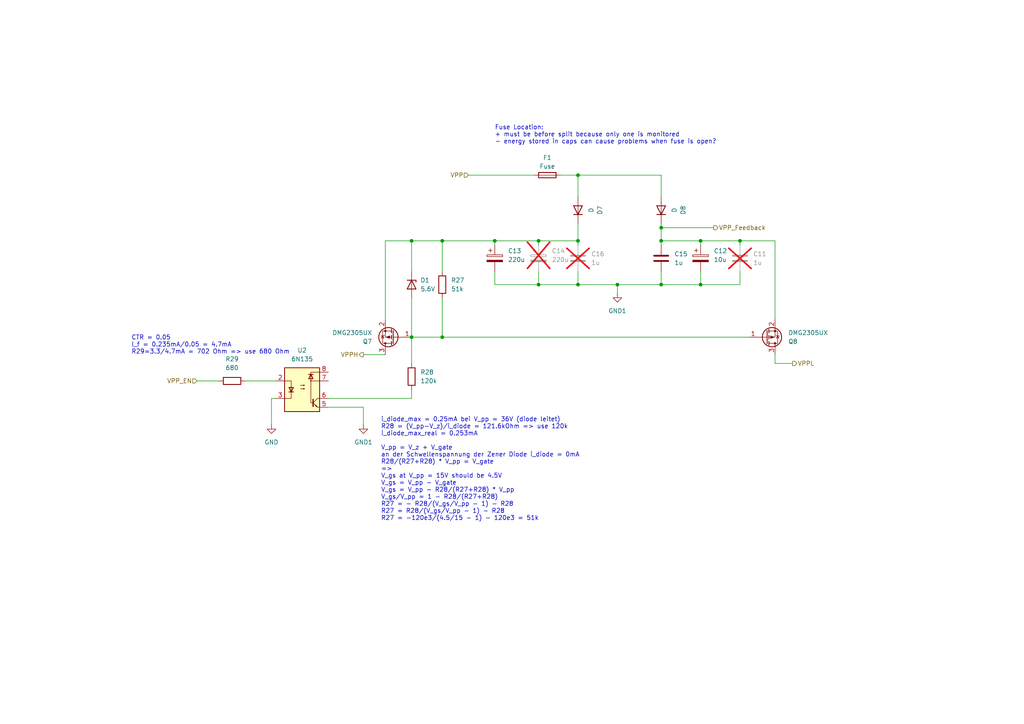
<source format=kicad_sch>
(kicad_sch (version 20230121) (generator eeschema)
  (paper "A4")
  (lib_symbols
    (symbol "Device:C" (pin_numbers hide) (pin_names (offset 0.254))
      (property "Reference" "C" (at 0.635 2.54 0))
      (property "Value" "C" (at 0.635 -2.54 0))
      (symbol "C_0_1"
        (polyline (pts (xy -2.032 -0.762) (xy 2.032 -0.762)) (stroke (width 0.508)))
        (polyline (pts (xy -2.032 0.762) (xy 2.032 0.762)) (stroke (width 0.508)))
      )
      (symbol "C_1_1"
        (pin passive line (at 0 3.81 270) (length 2.794) (name "~") (number "1"))
        (pin passive line (at 0 -3.81 90) (length 2.794) (name "~") (number "2"))
      )
    )
    (symbol "Device:C_Polarized" (pin_numbers hide) (pin_names (offset 0.254))
      (property "Reference" "C" (at 0.635 2.54 0))
      (property "Value" "C_Polarized" (at 0.635 -2.54 0))
      (symbol "C_Polarized_0_1"
        (rectangle (start -2.286 0.508) (end 2.286 1.016))
        (polyline (pts (xy -1.778 2.286) (xy -0.762 2.286)))
        (polyline (pts (xy -1.27 2.794) (xy -1.27 1.778)))
        (rectangle (start 2.286 -0.508) (end -2.286 -1.016) (fill (type outline)))
      )
      (symbol "C_Polarized_1_1"
        (pin passive line (at 0 3.81 270) (length 2.794) (name "~") (number "1"))
        (pin passive line (at 0 -3.81 90) (length 2.794) (name "~") (number "2"))
      )
    )
    (symbol "Device:D" (pin_numbers hide) (pin_names (offset 1.016) hide)
      (property "Reference" "D" (at 0 2.54 0))
      (property "Value" "D" (at 0 -2.54 0))
      (symbol "D_0_1"
        (polyline (pts (xy -1.27 1.27) (xy -1.27 -1.27)) (stroke (width 0.254)))
        (polyline (pts (xy 1.27 0) (xy -1.27 0)))
        (polyline (pts (xy 1.27 1.27) (xy 1.27 -1.27) (xy -1.27 0) (xy 1.27 1.27)) (stroke (width 0.254)))
      )
      (symbol "D_1_1"
        (pin passive line (at -3.81 0 0) (length 2.54) (name "K") (number "1"))
        (pin passive line (at 3.81 0 180) (length 2.54) (name "A") (number "2"))
      )
    )
    (symbol "Device:D_Zener" (pin_numbers hide) (pin_names (offset 1.016) hide)
      (property "Reference" "D" (at 0 2.54 0))
      (property "Value" "D_Zener" (at 0 -2.54 0))
      (symbol "D_Zener_0_1"
        (polyline (pts (xy 1.27 0) (xy -1.27 0)))
        (polyline (pts (xy -1.27 -1.27) (xy -1.27 1.27) (xy -0.762 1.27)) (stroke (width 0.254)))
        (polyline (pts (xy 1.27 -1.27) (xy 1.27 1.27) (xy -1.27 0) (xy 1.27 -1.27)) (stroke (width 0.254)))
      )
      (symbol "D_Zener_1_1"
        (pin passive line (at -3.81 0 0) (length 2.54) (name "K") (number "1"))
        (pin passive line (at 3.81 0 180) (length 2.54) (name "A") (number "2"))
      )
    )
    (symbol "Device:Fuse" (pin_numbers hide) (pin_names (offset 0))
      (property "Reference" "F" (at 2.032 0 90))
      (property "Value" "Fuse" (at -1.905 0 90))
      (symbol "Fuse_0_1"
        (rectangle (start -0.762 -2.54) (end 0.762 2.54) (stroke (width 0.254)))
        (polyline (pts (xy 0 2.54) (xy 0 -2.54)))
      )
      (symbol "Fuse_1_1"
        (pin passive line (at 0 3.81 270) (length 1.27) (name "~") (number "1"))
        (pin passive line (at 0 -3.81 90) (length 1.27) (name "~") (number "2"))
      )
    )
    (symbol "Device:R" (pin_numbers hide) (pin_names (offset 0))
      (property "Reference" "R" (at 2.032 0 90))
      (property "Value" "R" (at 0 0 90))
      (symbol "R_0_1"
        (rectangle (start -1.016 -2.54) (end 1.016 2.54) (stroke (width 0.254)))
      )
      (symbol "R_1_1"
        (pin passive line (at 0 3.81 270) (length 1.27) (name "~") (number "1"))
        (pin passive line (at 0 -3.81 90) (length 1.27) (name "~") (number "2"))
      )
    )
    (symbol "Isolator:6N135" (pin_names (offset 1.016))
      (property "Reference" "U" (at -5.08 7.62 0))
      (property "Value" "6N135" (at 0 7.62 0))
      (symbol "6N135_0_1"
        (rectangle (start -5.08 6.35) (end 5.08 -6.35) (stroke (width 0.254)) (fill (type background)))
        (polyline (pts (xy -3.81 -0.635) (xy -2.54 -0.635)) (stroke (width 0.254)))
        (polyline (pts (xy 1.905 4.445) (xy 3.175 4.445)) (stroke (width 0.254)))
        (polyline (pts (xy 3.175 -2.794) (xy 3.175 -4.826)) (stroke (width 0.3556)))
        (polyline (pts (xy 3.302 -3.937) (xy 4.445 -5.08)))
        (polyline (pts (xy 3.302 -3.683) (xy 4.445 -2.54)))
        (polyline (pts (xy 5.08 -5.08) (xy 4.445 -5.08)))
        (polyline (pts (xy 5.08 -2.54) (xy 4.445 -2.54)))
        (polyline (pts (xy 5.08 2.54) (xy 2.54 2.54)))
        (polyline (pts (xy -5.08 2.54) (xy -3.175 2.54) (xy -3.175 -2.54) (xy -5.08 -2.54)))
        (polyline (pts (xy -3.175 -0.635) (xy -3.81 0.635) (xy -2.54 0.635) (xy -3.175 -0.635)) (stroke (width 0.254)))
        (polyline (pts (xy 2.54 4.445) (xy 1.905 3.175) (xy 3.175 3.175) (xy 2.54 4.445)) (stroke (width 0.254)))
        (polyline (pts (xy 4.318 -4.953) (xy 4.064 -4.445) (xy 3.81 -4.699) (xy 4.318 -4.953)))
        (polyline (pts (xy 5.08 5.08) (xy 2.54 5.08) (xy 2.54 -3.81) (xy 3.175 -3.81)))
        (polyline (pts (xy -0.508 0.254) (xy 0.762 0.254) (xy 0.381 0.127) (xy 0.381 0.381) (xy 0.762 0.254)))
        (polyline (pts (xy -0.508 1.27) (xy 0.762 1.27) (xy 0.381 1.143) (xy 0.381 1.397) (xy 0.762 1.27)))
        (circle (center 2.54 2.54) (radius 0.127))
      )
      (symbol "6N135_1_1"
        (pin no_connect line (at -5.08 5.08 0) (length 2.54) hide (name "NC") (number "1"))
        (pin passive line (at -7.62 2.54 0) (length 2.54) (name "~") (number "2"))
        (pin passive line (at -7.62 -2.54 0) (length 2.54) (name "~") (number "3"))
        (pin no_connect line (at -5.08 -5.08 0) (length 2.54) hide (name "NC") (number "4"))
        (pin passive line (at 7.62 -5.08 180) (length 2.54) (name "~") (number "5"))
        (pin passive line (at 7.62 -2.54 180) (length 2.54) (name "~") (number "6"))
        (pin passive line (at 7.62 2.54 180) (length 2.54) (name "~") (number "7"))
        (pin passive line (at 7.62 5.08 180) (length 2.54) (name "~") (number "8"))
      )
    )
    (symbol "Transistor_FET:DMG2301L" (pin_names hide)
      (property "Reference" "Q" (at 5.08 1.905 0))
      (property "Value" "DMG2301L" (at 5.08 0 0))
      (symbol "DMG2301L_0_1"
        (polyline (pts (xy 0.254 0) (xy -2.54 0)))
        (polyline (pts (xy 0.254 1.905) (xy 0.254 -1.905)) (stroke (width 0.254)))
        (polyline (pts (xy 0.762 -1.27) (xy 0.762 -2.286)) (stroke (width 0.254)))
        (polyline (pts (xy 0.762 0.508) (xy 0.762 -0.508)) (stroke (width 0.254)))
        (polyline (pts (xy 0.762 2.286) (xy 0.762 1.27)) (stroke (width 0.254)))
        (polyline (pts (xy 2.54 2.54) (xy 2.54 1.778)))
        (polyline (pts (xy 2.54 -2.54) (xy 2.54 0) (xy 0.762 0)))
        (polyline (pts (xy 0.762 1.778) (xy 3.302 1.778) (xy 3.302 -1.778) (xy 0.762 -1.778)))
        (polyline (pts (xy 2.286 0) (xy 1.27 0.381) (xy 1.27 -0.381) (xy 2.286 0)) (fill (type outline)))
        (polyline (pts (xy 2.794 -0.508) (xy 2.921 -0.381) (xy 3.683 -0.381) (xy 3.81 -0.254)))
        (polyline (pts (xy 3.302 -0.381) (xy 2.921 0.254) (xy 3.683 0.254) (xy 3.302 -0.381)))
        (circle (center 1.651 0) (radius 2.794) (stroke (width 0.254)))
        (circle (center 2.54 -1.778) (radius 0.254) (fill (type outline)))
        (circle (center 2.54 1.778) (radius 0.254) (fill (type outline)))
      )
      (symbol "DMG2301L_1_1"
        (pin input line (at -5.08 0 0) (length 2.54) (name "G") (number "1"))
        (pin passive line (at 2.54 -5.08 90) (length 2.54) (name "S") (number "2"))
        (pin passive line (at 2.54 5.08 270) (length 2.54) (name "D") (number "3"))
      )
    )
    (symbol "power:GND" (power) (pin_names (offset 0))
      (property "Value" "GND" (at 0 -3.81 0))
      (symbol "GND_0_1"
        (polyline (pts (xy 0 0) (xy 0 -1.27) (xy 1.27 -1.27) (xy 0 -2.54) (xy -1.27 -1.27) (xy 0 -1.27)))
      )
      (symbol "GND_1_1"
        (pin power_in line (at 0 0 270) (length 0) hide (name "GND") (number "1"))
      )
    )
    (symbol "power:GND1" (power) (pin_names (offset 0))
      (property "Value" "GND1" (at 0 -3.81 0))
      (symbol "GND1_0_1"
        (polyline (pts (xy 0 0) (xy 0 -1.27) (xy 1.27 -1.27) (xy 0 -2.54) (xy -1.27 -1.27) (xy 0 -1.27)))
      )
      (symbol "GND1_1_1"
        (pin power_in line (at 0 0 270) (length 0) hide (name "GND1") (number "1"))
      )
    )
  )
  (junction (at 179.07 82.55))
  (junction (at 143.51 69.85))
  (junction (at 203.2 69.85))
  (junction (at 167.64 82.55))
  (junction (at 119.38 69.85))
  (junction (at 214.63 69.85))
  (junction (at 156.21 69.85))
  (junction (at 203.2 82.55))
  (junction (at 191.77 82.55))
  (junction (at 128.27 97.79))
  (junction (at 128.27 69.85))
  (junction (at 119.38 97.79))
  (junction (at 191.77 66.04))
  (junction (at 156.21 82.55))
  (junction (at 167.64 50.8))
  (junction (at 191.77 69.85))
  (junction (at 167.64 69.85))
  (wire (pts (xy 203.2 78.74) (xy 203.2 82.55)))
  (wire (pts (xy 156.21 82.55) (xy 143.51 82.55)))
  (wire (pts (xy 143.51 82.55) (xy 143.51 78.74)))
  (wire (pts (xy 167.64 82.55) (xy 179.07 82.55)))
  (wire (pts (xy 191.77 69.85) (xy 203.2 69.85)))
  (wire (pts (xy 191.77 82.55) (xy 203.2 82.55)))
  (wire (pts (xy 78.74 115.57) (xy 78.74 123.19)))
  (wire (pts (xy 128.27 86.36) (xy 128.27 97.79)))
  (wire (pts (xy 224.79 105.41) (xy 224.79 102.87)))
  (wire (pts (xy 191.77 66.04) (xy 207.01 66.04)))
  (wire (pts (xy 167.64 69.85) (xy 167.64 71.12)))
  (wire (pts (xy 156.21 78.74) (xy 156.21 82.55)))
  (wire (pts (xy 95.25 118.11) (xy 105.41 118.11)))
  (wire (pts (xy 203.2 69.85) (xy 203.2 71.12)))
  (wire (pts (xy 191.77 69.85) (xy 191.77 71.12)))
  (wire (pts (xy 191.77 50.8) (xy 167.64 50.8)))
  (wire (pts (xy 128.27 97.79) (xy 217.17 97.79)))
  (wire (pts (xy 179.07 82.55) (xy 179.07 85.09)))
  (wire (pts (xy 191.77 50.8) (xy 191.77 57.15)))
  (wire (pts (xy 111.76 69.85) (xy 111.76 92.71)))
  (wire (pts (xy 203.2 82.55) (xy 214.63 82.55)))
  (wire (pts (xy 111.76 69.85) (xy 119.38 69.85)))
  (wire (pts (xy 128.27 69.85) (xy 128.27 78.74)))
  (wire (pts (xy 203.2 69.85) (xy 214.63 69.85)))
  (wire (pts (xy 229.87 105.41) (xy 224.79 105.41)))
  (wire (pts (xy 156.21 69.85) (xy 167.64 69.85)))
  (wire (pts (xy 95.25 115.57) (xy 119.38 115.57)))
  (wire (pts (xy 119.38 113.03) (xy 119.38 115.57)))
  (wire (pts (xy 191.77 66.04) (xy 191.77 69.85)))
  (wire (pts (xy 71.12 110.49) (xy 80.01 110.49)))
  (wire (pts (xy 143.51 69.85) (xy 143.51 71.12)))
  (wire (pts (xy 57.15 110.49) (xy 63.5 110.49)))
  (wire (pts (xy 119.38 69.85) (xy 119.38 78.74)))
  (wire (pts (xy 191.77 64.77) (xy 191.77 66.04)))
  (wire (pts (xy 119.38 97.79) (xy 119.38 105.41)))
  (wire (pts (xy 105.41 102.87) (xy 111.76 102.87)))
  (wire (pts (xy 128.27 69.85) (xy 119.38 69.85)))
  (wire (pts (xy 167.64 78.74) (xy 167.64 82.55)))
  (wire (pts (xy 128.27 69.85) (xy 143.51 69.85)))
  (wire (pts (xy 179.07 82.55) (xy 191.77 82.55)))
  (wire (pts (xy 162.56 50.8) (xy 167.64 50.8)))
  (wire (pts (xy 191.77 78.74) (xy 191.77 82.55)))
  (wire (pts (xy 214.63 78.74) (xy 214.63 82.55)))
  (wire (pts (xy 105.41 118.11) (xy 105.41 123.19)))
  (wire (pts (xy 224.79 69.85) (xy 224.79 92.71)))
  (wire (pts (xy 156.21 69.85) (xy 156.21 71.12)))
  (wire (pts (xy 143.51 69.85) (xy 156.21 69.85)))
  (wire (pts (xy 167.64 50.8) (xy 167.64 57.15)))
  (wire (pts (xy 167.64 64.77) (xy 167.64 69.85)))
  (wire (pts (xy 214.63 69.85) (xy 224.79 69.85)))
  (wire (pts (xy 119.38 86.36) (xy 119.38 97.79)))
  (wire (pts (xy 214.63 69.85) (xy 214.63 71.12)))
  (wire (pts (xy 167.64 82.55) (xy 156.21 82.55)))
  (wire (pts (xy 80.01 115.57) (xy 78.74 115.57)))
  (wire (pts (xy 128.27 97.79) (xy 119.38 97.79)))
  (wire (pts (xy 135.89 50.8) (xy 154.94 50.8)))
  (text "i_diode_max = 0.25mA bei V_pp = 36V (diode leitet)\nR28 = (V_pp-V_z)/i_diode = 121.6kOhm => use 120k\ni_diode_max_real = 0.253mA\n\nV_pp = V_z + V_gate\nan der Schwellenspannung der Zener Diode i_diode = 0mA\nR28/(R27+R28) * V_pp = V_gate\n=>\nV_gs at V_pp = 15V should be 4.5V\nV_gs = V_pp - V_gate\nV_gs = V_pp - R28/(R27+R28) * V_pp\nV_gs/V_pp = 1 - R28/(R27+R28)\nR27 = - R28/(V_gs/V_pp - 1) - R28\nR27 = R28/(V_gs/V_pp - 1) - R28\nR27 = -120e3/(4.5/15 - 1) - 120e3 = 51k" (at 110.49 151.13 0) (effects (font (size 1.27 1.27)) (justify left bottom)))
  (text "Fuse Location:\n+ must be before split because only one is monitored\n- energy stored in caps can cause problems when fuse is open?" (at 143.51 41.91 0) (effects (font (size 1.27 1.27)) (justify left bottom)))
  (text "CTR = 0.05\nI_f = 0.235mA/0.05 = 4.7mA\nR29=3.3/4.7mA = 702 Ohm => use 680 Ohm" (at 38.1 102.87 0) (effects (font (size 1.27 1.27)) (justify left bottom)))
  (hierarchical_label "VPP" (shape input) (at 135.89 50.8 180))
  (hierarchical_label "VPP_Feedback" (shape output) (at 207.01 66.04 0))
  (hierarchical_label "VPPH" (shape output) (at 105.41 102.87 180))
  (hierarchical_label "VPPL" (shape output) (at 229.87 105.41 0))
  (hierarchical_label "VPP_EN" (shape input) (at 57.15 110.49 180))
  (symbol (lib_id "Device:C") (at 191.77 74.93 0) (unit 1)
    (property "Reference" "C15" (at 195.58 73.66 0) (effects (justify left)))
    (property "Value" "1u" (at 195.58 76.2 0) (effects (justify left)))
  )
  (symbol (lib_id "Device:C") (at 167.64 74.93 0) (unit 1) (dnp yes)
    (property "Reference" "C16" (at 171.45 73.66 0) (effects (justify left)))
    (property "Value" "1u" (at 171.45 76.2 0) (effects (justify left)))
  )
  (symbol (lib_id "power:GND1") (at 105.41 123.19 0) (unit 1)
    (property "Reference" "#PWR043" (effects hide))
    (property "Value" "GND1" (at 105.41 128.27 0))
  )
  (symbol (lib_id "Device:C_Polarized") (at 143.51 74.93 0) (unit 1)
    (property "Reference" "C13" (at 147.32 72.771 0) (effects (justify left)))
    (property "Value" "220u" (at 147.32 75.311 0) (effects (justify left)))
  )
  (symbol (lib_id "Device:D") (at 167.64 60.96 90) (unit 1)
    (property "Reference" "D7" (at 173.99 60.96 0))
    (property "Value" "D" (at 171.45 60.96 0))
    (property "Sim.Device" "D" (effects hide))
    (property "Sim.Pins" "1=K 2=A" (effects hide))
  )
  (symbol (lib_id "Device:C_Polarized") (at 156.21 74.93 0) (unit 1) (dnp yes)
    (property "Reference" "C14" (at 160.02 72.771 0) (effects (justify left)))
    (property "Value" "220u" (at 160.02 75.311 0) (effects (justify left)))
  )
  (symbol (lib_id "Transistor_FET:DMG2301L") (at 222.25 97.79 0) (mirror x) (unit 1)
    (property "Reference" "Q8" (at 228.6 99.06 0) (effects (justify left)))
    (property "Value" "DMG2305UX" (at 228.6 96.52 0) (effects (justify left)))
    (property "Footprint" "Package_TO_SOT_SMD:SOT-23" (effects hide))
    (property "Datasheet" "https://www.diodes.com/assets/Datasheets/DMG2301L.pdf" (effects hide))
  )
  (symbol (lib_id "Device:C") (at 214.63 74.93 0) (unit 1) (dnp yes)
    (property "Reference" "C11" (at 218.44 73.66 0) (effects (justify left)))
    (property "Value" "1u" (at 218.44 76.2 0) (effects (justify left)))
  )
  (symbol (lib_id "power:GND1") (at 179.07 85.09 0) (unit 1)
    (property "Reference" "#PWR045" (effects hide))
    (property "Value" "GND1" (at 179.07 90.17 0))
  )
  (symbol (lib_id "Transistor_FET:DMG2301L") (at 114.3 97.79 180) (unit 1)
    (property "Reference" "Q7" (at 107.95 99.06 0) (effects (justify left)))
    (property "Value" "DMG2305UX" (at 107.95 96.52 0) (effects (justify left)))
    (property "Footprint" "Package_TO_SOT_SMD:SOT-23" (effects hide))
    (property "Datasheet" "https://www.diodes.com/assets/Datasheets/DMG2301L.pdf" (effects hide))
  )
  (symbol (lib_id "Device:R") (at 119.38 109.22 0) (unit 1)
    (property "Reference" "R28" (at 121.92 107.95 0) (effects (justify left)))
    (property "Value" "120k" (at 121.92 110.49 0) (effects (justify left)))
  )
  (symbol (lib_id "Device:Fuse") (at 158.75 50.8 90) (unit 1)
    (property "Reference" "F1" (at 158.75 45.72 90))
    (property "Value" "Fuse" (at 158.75 48.26 90))
  )
  (symbol (lib_id "Device:R") (at 67.31 110.49 90) (unit 1)
    (property "Reference" "R29" (at 67.31 104.14 90))
    (property "Value" "680" (at 67.31 106.68 90))
  )
  (symbol (lib_id "Device:C_Polarized") (at 203.2 74.93 0) (unit 1)
    (property "Reference" "C12" (at 207.01 72.771 0) (effects (justify left)))
    (property "Value" "10u" (at 207.01 75.311 0) (effects (justify left)))
  )
  (symbol (lib_id "Isolator:6N135") (at 87.63 113.03 0) (unit 1)
    (property "Reference" "U2" (at 87.63 101.6 0))
    (property "Value" "6N135" (at 87.63 104.14 0))
    (property "Footprint" "Package_DIP:DIP-8_W7.62mm" (effects hide))
    (property "Datasheet" "https://optoelectronics.liteon.com/upload/download/DS70-2008-0032/6N135-L%206N136-L%20series.pdf" (effects hide))
    (instances (project "Xaar128-Driver" (path "" (reference "U2") (unit 1)) (path "" (reference "U2") (unit 1)) (path "" (reference "U12") (unit 1))))
  )
  (symbol (lib_id "Device:D_Zener") (at 119.38 82.55 270) (unit 1)
    (property "Reference" "D1" (at 121.92 81.28 90) (effects (justify left)))
    (property "Value" "5.6V" (at 121.92 83.82 90) (effects (justify left)))
    (instances (project "Xaar128-Driver" (path "" (reference "D1") (unit 1)) (path "" (reference "D1") (unit 1)) (path "" (reference "D9") (unit 1))))
  )
  (symbol (lib_id "Device:D") (at 191.77 60.96 90) (unit 1)
    (property "Reference" "D8" (at 198.12 60.96 0))
    (property "Value" "D" (at 195.58 60.96 0))
    (property "Sim.Device" "D" (effects hide))
    (property "Sim.Pins" "1=K 2=A" (effects hide))
  )
  (symbol (lib_id "Device:R") (at 128.27 82.55 0) (unit 1)
    (property "Reference" "R27" (at 130.81 81.28 0) (effects (justify left)))
    (property "Value" "51k" (at 130.81 83.82 0) (effects (justify left)))
  )
  (symbol (lib_id "power:GND") (at 78.74 123.19 0) (unit 1)
    (property "Reference" "#PWR044" (effects hide))
    (property "Value" "GND" (at 78.74 128.27 0))
  )
)
</source>
